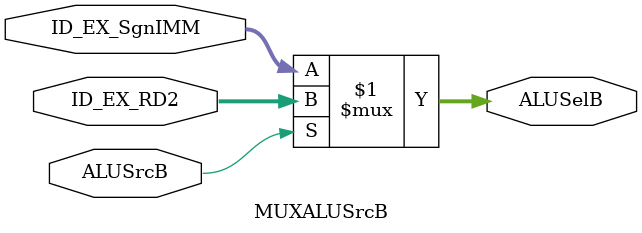
<source format=v>
`timescale 1ns / 1ps


module MUXALUSrcB(input ALUSrcB,input [31:0]ID_EX_RD2,ID_EX_SgnIMM,output [31:0] ALUSelB);

assign ALUSelB = ALUSrcB ? ID_EX_RD2 : ID_EX_SgnIMM;

endmodule

</source>
